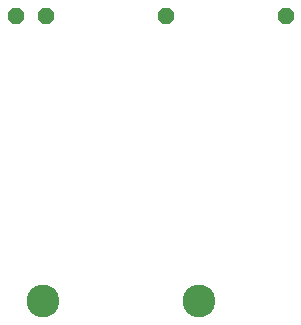
<source format=gbr>
G04 EAGLE Gerber RS-274X export*
G75*
%MOMM*%
%FSLAX34Y34*%
%LPD*%
%INBottom Copper*%
%IPPOS*%
%AMOC8*
5,1,8,0,0,1.08239X$1,22.5*%
G01*
%ADD10C,2.775000*%
%ADD11P,1.429621X8X22.500000*%
%ADD12P,1.429621X8X202.500000*%


D10*
X227550Y94900D03*
X95450Y94900D03*
D11*
X72600Y336200D03*
X98000Y336200D03*
D12*
X301200Y336200D03*
X199600Y336200D03*
M02*

</source>
